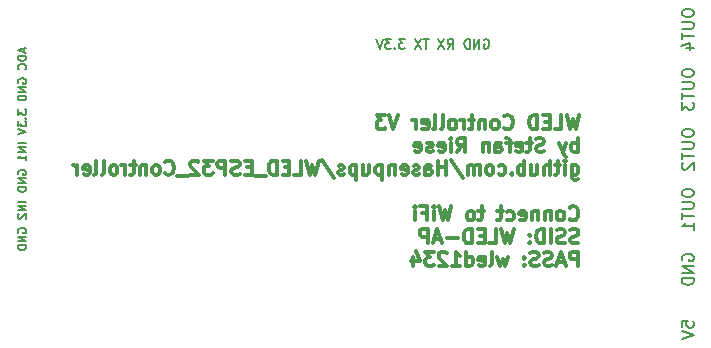
<source format=gbr>
%TF.GenerationSoftware,KiCad,Pcbnew,(6.0.11)*%
%TF.CreationDate,2023-09-13T09:35:20+02:00*%
%TF.ProjectId,WLED_ESP32_Controller,574c4544-5f45-4535-9033-325f436f6e74,rev?*%
%TF.SameCoordinates,Original*%
%TF.FileFunction,Legend,Bot*%
%TF.FilePolarity,Positive*%
%FSLAX46Y46*%
G04 Gerber Fmt 4.6, Leading zero omitted, Abs format (unit mm)*
G04 Created by KiCad (PCBNEW (6.0.11)) date 2023-09-13 09:35:20*
%MOMM*%
%LPD*%
G01*
G04 APERTURE LIST*
%ADD10C,0.150000*%
%ADD11C,0.300000*%
%ADD12C,3.200000*%
%ADD13R,1.700000X1.700000*%
%ADD14O,1.700000X1.700000*%
%ADD15R,3.000000X3.000000*%
%ADD16C,3.000000*%
G04 APERTURE END LIST*
D10*
X131285714Y-96120000D02*
X131361904Y-96081904D01*
X131476190Y-96081904D01*
X131590476Y-96120000D01*
X131666666Y-96196190D01*
X131704761Y-96272380D01*
X131742857Y-96424761D01*
X131742857Y-96539047D01*
X131704761Y-96691428D01*
X131666666Y-96767619D01*
X131590476Y-96843809D01*
X131476190Y-96881904D01*
X131400000Y-96881904D01*
X131285714Y-96843809D01*
X131247619Y-96805714D01*
X131247619Y-96539047D01*
X131400000Y-96539047D01*
X130904761Y-96881904D02*
X130904761Y-96081904D01*
X130447619Y-96881904D01*
X130447619Y-96081904D01*
X130066666Y-96881904D02*
X130066666Y-96081904D01*
X129876190Y-96081904D01*
X129761904Y-96120000D01*
X129685714Y-96196190D01*
X129647619Y-96272380D01*
X129609523Y-96424761D01*
X129609523Y-96539047D01*
X129647619Y-96691428D01*
X129685714Y-96767619D01*
X129761904Y-96843809D01*
X129876190Y-96881904D01*
X130066666Y-96881904D01*
X128200000Y-96881904D02*
X128466666Y-96500952D01*
X128657142Y-96881904D02*
X128657142Y-96081904D01*
X128352380Y-96081904D01*
X128276190Y-96120000D01*
X128238095Y-96158095D01*
X128200000Y-96234285D01*
X128200000Y-96348571D01*
X128238095Y-96424761D01*
X128276190Y-96462857D01*
X128352380Y-96500952D01*
X128657142Y-96500952D01*
X127933333Y-96081904D02*
X127400000Y-96881904D01*
X127400000Y-96081904D02*
X127933333Y-96881904D01*
X126600000Y-96081904D02*
X126142857Y-96081904D01*
X126371428Y-96881904D02*
X126371428Y-96081904D01*
X125952380Y-96081904D02*
X125419047Y-96881904D01*
X125419047Y-96081904D02*
X125952380Y-96881904D01*
X124580952Y-96081904D02*
X124085714Y-96081904D01*
X124352380Y-96386666D01*
X124238095Y-96386666D01*
X124161904Y-96424761D01*
X124123809Y-96462857D01*
X124085714Y-96539047D01*
X124085714Y-96729523D01*
X124123809Y-96805714D01*
X124161904Y-96843809D01*
X124238095Y-96881904D01*
X124466666Y-96881904D01*
X124542857Y-96843809D01*
X124580952Y-96805714D01*
X123742857Y-96805714D02*
X123704761Y-96843809D01*
X123742857Y-96881904D01*
X123780952Y-96843809D01*
X123742857Y-96805714D01*
X123742857Y-96881904D01*
X123438095Y-96081904D02*
X122942857Y-96081904D01*
X123209523Y-96386666D01*
X123095238Y-96386666D01*
X123019047Y-96424761D01*
X122980952Y-96462857D01*
X122942857Y-96539047D01*
X122942857Y-96729523D01*
X122980952Y-96805714D01*
X123019047Y-96843809D01*
X123095238Y-96881904D01*
X123323809Y-96881904D01*
X123400000Y-96843809D01*
X123438095Y-96805714D01*
X122714285Y-96081904D02*
X122447619Y-96881904D01*
X122180952Y-96081904D01*
X148090000Y-114808095D02*
X148042380Y-114712857D01*
X148042380Y-114570000D01*
X148090000Y-114427142D01*
X148185238Y-114331904D01*
X148280476Y-114284285D01*
X148470952Y-114236666D01*
X148613809Y-114236666D01*
X148804285Y-114284285D01*
X148899523Y-114331904D01*
X148994761Y-114427142D01*
X149042380Y-114570000D01*
X149042380Y-114665238D01*
X148994761Y-114808095D01*
X148947142Y-114855714D01*
X148613809Y-114855714D01*
X148613809Y-114665238D01*
X149042380Y-115284285D02*
X148042380Y-115284285D01*
X149042380Y-115855714D01*
X148042380Y-115855714D01*
X149042380Y-116331904D02*
X148042380Y-116331904D01*
X148042380Y-116570000D01*
X148090000Y-116712857D01*
X148185238Y-116808095D01*
X148280476Y-116855714D01*
X148470952Y-116903333D01*
X148613809Y-116903333D01*
X148804285Y-116855714D01*
X148899523Y-116808095D01*
X148994761Y-116712857D01*
X149042380Y-116570000D01*
X149042380Y-116331904D01*
X148042380Y-93773809D02*
X148042380Y-93964285D01*
X148090000Y-94059523D01*
X148185238Y-94154761D01*
X148375714Y-94202380D01*
X148709047Y-94202380D01*
X148899523Y-94154761D01*
X148994761Y-94059523D01*
X149042380Y-93964285D01*
X149042380Y-93773809D01*
X148994761Y-93678571D01*
X148899523Y-93583333D01*
X148709047Y-93535714D01*
X148375714Y-93535714D01*
X148185238Y-93583333D01*
X148090000Y-93678571D01*
X148042380Y-93773809D01*
X148042380Y-94630952D02*
X148851904Y-94630952D01*
X148947142Y-94678571D01*
X148994761Y-94726190D01*
X149042380Y-94821428D01*
X149042380Y-95011904D01*
X148994761Y-95107142D01*
X148947142Y-95154761D01*
X148851904Y-95202380D01*
X148042380Y-95202380D01*
X148042380Y-95535714D02*
X148042380Y-96107142D01*
X149042380Y-95821428D02*
X148042380Y-95821428D01*
X148375714Y-96869047D02*
X149042380Y-96869047D01*
X147994761Y-96630952D02*
X148709047Y-96392857D01*
X148709047Y-97011904D01*
X148042380Y-103933809D02*
X148042380Y-104124285D01*
X148090000Y-104219523D01*
X148185238Y-104314761D01*
X148375714Y-104362380D01*
X148709047Y-104362380D01*
X148899523Y-104314761D01*
X148994761Y-104219523D01*
X149042380Y-104124285D01*
X149042380Y-103933809D01*
X148994761Y-103838571D01*
X148899523Y-103743333D01*
X148709047Y-103695714D01*
X148375714Y-103695714D01*
X148185238Y-103743333D01*
X148090000Y-103838571D01*
X148042380Y-103933809D01*
X148042380Y-104790952D02*
X148851904Y-104790952D01*
X148947142Y-104838571D01*
X148994761Y-104886190D01*
X149042380Y-104981428D01*
X149042380Y-105171904D01*
X148994761Y-105267142D01*
X148947142Y-105314761D01*
X148851904Y-105362380D01*
X148042380Y-105362380D01*
X148042380Y-105695714D02*
X148042380Y-106267142D01*
X149042380Y-105981428D02*
X148042380Y-105981428D01*
X148137619Y-106552857D02*
X148090000Y-106600476D01*
X148042380Y-106695714D01*
X148042380Y-106933809D01*
X148090000Y-107029047D01*
X148137619Y-107076666D01*
X148232857Y-107124285D01*
X148328095Y-107124285D01*
X148470952Y-107076666D01*
X149042380Y-106505238D01*
X149042380Y-107124285D01*
X148042380Y-109013809D02*
X148042380Y-109204285D01*
X148090000Y-109299523D01*
X148185238Y-109394761D01*
X148375714Y-109442380D01*
X148709047Y-109442380D01*
X148899523Y-109394761D01*
X148994761Y-109299523D01*
X149042380Y-109204285D01*
X149042380Y-109013809D01*
X148994761Y-108918571D01*
X148899523Y-108823333D01*
X148709047Y-108775714D01*
X148375714Y-108775714D01*
X148185238Y-108823333D01*
X148090000Y-108918571D01*
X148042380Y-109013809D01*
X148042380Y-109870952D02*
X148851904Y-109870952D01*
X148947142Y-109918571D01*
X148994761Y-109966190D01*
X149042380Y-110061428D01*
X149042380Y-110251904D01*
X148994761Y-110347142D01*
X148947142Y-110394761D01*
X148851904Y-110442380D01*
X148042380Y-110442380D01*
X148042380Y-110775714D02*
X148042380Y-111347142D01*
X149042380Y-111061428D02*
X148042380Y-111061428D01*
X149042380Y-112204285D02*
X149042380Y-111632857D01*
X149042380Y-111918571D02*
X148042380Y-111918571D01*
X148185238Y-111823333D01*
X148280476Y-111728095D01*
X148328095Y-111632857D01*
X148042380Y-120459523D02*
X148042380Y-119983333D01*
X148518571Y-119935714D01*
X148470952Y-119983333D01*
X148423333Y-120078571D01*
X148423333Y-120316666D01*
X148470952Y-120411904D01*
X148518571Y-120459523D01*
X148613809Y-120507142D01*
X148851904Y-120507142D01*
X148947142Y-120459523D01*
X148994761Y-120411904D01*
X149042380Y-120316666D01*
X149042380Y-120078571D01*
X148994761Y-119983333D01*
X148947142Y-119935714D01*
X148042380Y-120792857D02*
X149042380Y-121126190D01*
X148042380Y-121459523D01*
X148042380Y-98853809D02*
X148042380Y-99044285D01*
X148090000Y-99139523D01*
X148185238Y-99234761D01*
X148375714Y-99282380D01*
X148709047Y-99282380D01*
X148899523Y-99234761D01*
X148994761Y-99139523D01*
X149042380Y-99044285D01*
X149042380Y-98853809D01*
X148994761Y-98758571D01*
X148899523Y-98663333D01*
X148709047Y-98615714D01*
X148375714Y-98615714D01*
X148185238Y-98663333D01*
X148090000Y-98758571D01*
X148042380Y-98853809D01*
X148042380Y-99710952D02*
X148851904Y-99710952D01*
X148947142Y-99758571D01*
X148994761Y-99806190D01*
X149042380Y-99901428D01*
X149042380Y-100091904D01*
X148994761Y-100187142D01*
X148947142Y-100234761D01*
X148851904Y-100282380D01*
X148042380Y-100282380D01*
X148042380Y-100615714D02*
X148042380Y-101187142D01*
X149042380Y-100901428D02*
X148042380Y-100901428D01*
X148042380Y-101425238D02*
X148042380Y-102044285D01*
X148423333Y-101710952D01*
X148423333Y-101853809D01*
X148470952Y-101949047D01*
X148518571Y-101996666D01*
X148613809Y-102044285D01*
X148851904Y-102044285D01*
X148947142Y-101996666D01*
X148994761Y-101949047D01*
X149042380Y-101853809D01*
X149042380Y-101568095D01*
X148994761Y-101472857D01*
X148947142Y-101425238D01*
D11*
X139333571Y-102512857D02*
X139047857Y-103712857D01*
X138819285Y-102855714D01*
X138590714Y-103712857D01*
X138305000Y-102512857D01*
X137276428Y-103712857D02*
X137847857Y-103712857D01*
X137847857Y-102512857D01*
X136876428Y-103084285D02*
X136476428Y-103084285D01*
X136305000Y-103712857D02*
X136876428Y-103712857D01*
X136876428Y-102512857D01*
X136305000Y-102512857D01*
X135790714Y-103712857D02*
X135790714Y-102512857D01*
X135505000Y-102512857D01*
X135333571Y-102570000D01*
X135219285Y-102684285D01*
X135162142Y-102798571D01*
X135105000Y-103027142D01*
X135105000Y-103198571D01*
X135162142Y-103427142D01*
X135219285Y-103541428D01*
X135333571Y-103655714D01*
X135505000Y-103712857D01*
X135790714Y-103712857D01*
X132990714Y-103598571D02*
X133047857Y-103655714D01*
X133219285Y-103712857D01*
X133333571Y-103712857D01*
X133505000Y-103655714D01*
X133619285Y-103541428D01*
X133676428Y-103427142D01*
X133733571Y-103198571D01*
X133733571Y-103027142D01*
X133676428Y-102798571D01*
X133619285Y-102684285D01*
X133505000Y-102570000D01*
X133333571Y-102512857D01*
X133219285Y-102512857D01*
X133047857Y-102570000D01*
X132990714Y-102627142D01*
X132305000Y-103712857D02*
X132419285Y-103655714D01*
X132476428Y-103598571D01*
X132533571Y-103484285D01*
X132533571Y-103141428D01*
X132476428Y-103027142D01*
X132419285Y-102970000D01*
X132305000Y-102912857D01*
X132133571Y-102912857D01*
X132019285Y-102970000D01*
X131962142Y-103027142D01*
X131905000Y-103141428D01*
X131905000Y-103484285D01*
X131962142Y-103598571D01*
X132019285Y-103655714D01*
X132133571Y-103712857D01*
X132305000Y-103712857D01*
X131390714Y-102912857D02*
X131390714Y-103712857D01*
X131390714Y-103027142D02*
X131333571Y-102970000D01*
X131219285Y-102912857D01*
X131047857Y-102912857D01*
X130933571Y-102970000D01*
X130876428Y-103084285D01*
X130876428Y-103712857D01*
X130476428Y-102912857D02*
X130019285Y-102912857D01*
X130305000Y-102512857D02*
X130305000Y-103541428D01*
X130247857Y-103655714D01*
X130133571Y-103712857D01*
X130019285Y-103712857D01*
X129619285Y-103712857D02*
X129619285Y-102912857D01*
X129619285Y-103141428D02*
X129562142Y-103027142D01*
X129505000Y-102970000D01*
X129390714Y-102912857D01*
X129276428Y-102912857D01*
X128705000Y-103712857D02*
X128819285Y-103655714D01*
X128876428Y-103598571D01*
X128933571Y-103484285D01*
X128933571Y-103141428D01*
X128876428Y-103027142D01*
X128819285Y-102970000D01*
X128705000Y-102912857D01*
X128533571Y-102912857D01*
X128419285Y-102970000D01*
X128362142Y-103027142D01*
X128305000Y-103141428D01*
X128305000Y-103484285D01*
X128362142Y-103598571D01*
X128419285Y-103655714D01*
X128533571Y-103712857D01*
X128705000Y-103712857D01*
X127619285Y-103712857D02*
X127733571Y-103655714D01*
X127790714Y-103541428D01*
X127790714Y-102512857D01*
X126990714Y-103712857D02*
X127105000Y-103655714D01*
X127162142Y-103541428D01*
X127162142Y-102512857D01*
X126076428Y-103655714D02*
X126190714Y-103712857D01*
X126419285Y-103712857D01*
X126533571Y-103655714D01*
X126590714Y-103541428D01*
X126590714Y-103084285D01*
X126533571Y-102970000D01*
X126419285Y-102912857D01*
X126190714Y-102912857D01*
X126076428Y-102970000D01*
X126019285Y-103084285D01*
X126019285Y-103198571D01*
X126590714Y-103312857D01*
X125505000Y-103712857D02*
X125505000Y-102912857D01*
X125505000Y-103141428D02*
X125447857Y-103027142D01*
X125390714Y-102970000D01*
X125276428Y-102912857D01*
X125162142Y-102912857D01*
X124019285Y-102512857D02*
X123619285Y-103712857D01*
X123219285Y-102512857D01*
X122933571Y-102512857D02*
X122190714Y-102512857D01*
X122590714Y-102970000D01*
X122419285Y-102970000D01*
X122305000Y-103027142D01*
X122247857Y-103084285D01*
X122190714Y-103198571D01*
X122190714Y-103484285D01*
X122247857Y-103598571D01*
X122305000Y-103655714D01*
X122419285Y-103712857D01*
X122762142Y-103712857D01*
X122876428Y-103655714D01*
X122933571Y-103598571D01*
X139219285Y-105644857D02*
X139219285Y-104444857D01*
X139219285Y-104902000D02*
X139105000Y-104844857D01*
X138876428Y-104844857D01*
X138762142Y-104902000D01*
X138705000Y-104959142D01*
X138647857Y-105073428D01*
X138647857Y-105416285D01*
X138705000Y-105530571D01*
X138762142Y-105587714D01*
X138876428Y-105644857D01*
X139105000Y-105644857D01*
X139219285Y-105587714D01*
X138247857Y-104844857D02*
X137962142Y-105644857D01*
X137676428Y-104844857D02*
X137962142Y-105644857D01*
X138076428Y-105930571D01*
X138133571Y-105987714D01*
X138247857Y-106044857D01*
X136362142Y-105587714D02*
X136190714Y-105644857D01*
X135905000Y-105644857D01*
X135790714Y-105587714D01*
X135733571Y-105530571D01*
X135676428Y-105416285D01*
X135676428Y-105302000D01*
X135733571Y-105187714D01*
X135790714Y-105130571D01*
X135905000Y-105073428D01*
X136133571Y-105016285D01*
X136247857Y-104959142D01*
X136305000Y-104902000D01*
X136362142Y-104787714D01*
X136362142Y-104673428D01*
X136305000Y-104559142D01*
X136247857Y-104502000D01*
X136133571Y-104444857D01*
X135847857Y-104444857D01*
X135676428Y-104502000D01*
X135333571Y-104844857D02*
X134876428Y-104844857D01*
X135162142Y-104444857D02*
X135162142Y-105473428D01*
X135105000Y-105587714D01*
X134990714Y-105644857D01*
X134876428Y-105644857D01*
X134019285Y-105587714D02*
X134133571Y-105644857D01*
X134362142Y-105644857D01*
X134476428Y-105587714D01*
X134533571Y-105473428D01*
X134533571Y-105016285D01*
X134476428Y-104902000D01*
X134362142Y-104844857D01*
X134133571Y-104844857D01*
X134019285Y-104902000D01*
X133962142Y-105016285D01*
X133962142Y-105130571D01*
X134533571Y-105244857D01*
X133619285Y-104844857D02*
X133162142Y-104844857D01*
X133447857Y-105644857D02*
X133447857Y-104616285D01*
X133390714Y-104502000D01*
X133276428Y-104444857D01*
X133162142Y-104444857D01*
X132247857Y-105644857D02*
X132247857Y-105016285D01*
X132305000Y-104902000D01*
X132419285Y-104844857D01*
X132647857Y-104844857D01*
X132762142Y-104902000D01*
X132247857Y-105587714D02*
X132362142Y-105644857D01*
X132647857Y-105644857D01*
X132762142Y-105587714D01*
X132819285Y-105473428D01*
X132819285Y-105359142D01*
X132762142Y-105244857D01*
X132647857Y-105187714D01*
X132362142Y-105187714D01*
X132247857Y-105130571D01*
X131676428Y-104844857D02*
X131676428Y-105644857D01*
X131676428Y-104959142D02*
X131619285Y-104902000D01*
X131505000Y-104844857D01*
X131333571Y-104844857D01*
X131219285Y-104902000D01*
X131162142Y-105016285D01*
X131162142Y-105644857D01*
X128990714Y-105644857D02*
X129390714Y-105073428D01*
X129676428Y-105644857D02*
X129676428Y-104444857D01*
X129219285Y-104444857D01*
X129105000Y-104502000D01*
X129047857Y-104559142D01*
X128990714Y-104673428D01*
X128990714Y-104844857D01*
X129047857Y-104959142D01*
X129105000Y-105016285D01*
X129219285Y-105073428D01*
X129676428Y-105073428D01*
X128476428Y-105644857D02*
X128476428Y-104844857D01*
X128476428Y-104444857D02*
X128533571Y-104502000D01*
X128476428Y-104559142D01*
X128419285Y-104502000D01*
X128476428Y-104444857D01*
X128476428Y-104559142D01*
X127447857Y-105587714D02*
X127562142Y-105644857D01*
X127790714Y-105644857D01*
X127905000Y-105587714D01*
X127962142Y-105473428D01*
X127962142Y-105016285D01*
X127905000Y-104902000D01*
X127790714Y-104844857D01*
X127562142Y-104844857D01*
X127447857Y-104902000D01*
X127390714Y-105016285D01*
X127390714Y-105130571D01*
X127962142Y-105244857D01*
X126933571Y-105587714D02*
X126819285Y-105644857D01*
X126590714Y-105644857D01*
X126476428Y-105587714D01*
X126419285Y-105473428D01*
X126419285Y-105416285D01*
X126476428Y-105302000D01*
X126590714Y-105244857D01*
X126762142Y-105244857D01*
X126876428Y-105187714D01*
X126933571Y-105073428D01*
X126933571Y-105016285D01*
X126876428Y-104902000D01*
X126762142Y-104844857D01*
X126590714Y-104844857D01*
X126476428Y-104902000D01*
X125447857Y-105587714D02*
X125562142Y-105644857D01*
X125790714Y-105644857D01*
X125905000Y-105587714D01*
X125962142Y-105473428D01*
X125962142Y-105016285D01*
X125905000Y-104902000D01*
X125790714Y-104844857D01*
X125562142Y-104844857D01*
X125447857Y-104902000D01*
X125390714Y-105016285D01*
X125390714Y-105130571D01*
X125962142Y-105244857D01*
X138705000Y-106776857D02*
X138705000Y-107748285D01*
X138762142Y-107862571D01*
X138819285Y-107919714D01*
X138933571Y-107976857D01*
X139105000Y-107976857D01*
X139219285Y-107919714D01*
X138705000Y-107519714D02*
X138819285Y-107576857D01*
X139047857Y-107576857D01*
X139162142Y-107519714D01*
X139219285Y-107462571D01*
X139276428Y-107348285D01*
X139276428Y-107005428D01*
X139219285Y-106891142D01*
X139162142Y-106834000D01*
X139047857Y-106776857D01*
X138819285Y-106776857D01*
X138705000Y-106834000D01*
X138133571Y-107576857D02*
X138133571Y-106776857D01*
X138133571Y-106376857D02*
X138190714Y-106434000D01*
X138133571Y-106491142D01*
X138076428Y-106434000D01*
X138133571Y-106376857D01*
X138133571Y-106491142D01*
X137733571Y-106776857D02*
X137276428Y-106776857D01*
X137562142Y-106376857D02*
X137562142Y-107405428D01*
X137505000Y-107519714D01*
X137390714Y-107576857D01*
X137276428Y-107576857D01*
X136876428Y-107576857D02*
X136876428Y-106376857D01*
X136362142Y-107576857D02*
X136362142Y-106948285D01*
X136419285Y-106834000D01*
X136533571Y-106776857D01*
X136705000Y-106776857D01*
X136819285Y-106834000D01*
X136876428Y-106891142D01*
X135276428Y-106776857D02*
X135276428Y-107576857D01*
X135790714Y-106776857D02*
X135790714Y-107405428D01*
X135733571Y-107519714D01*
X135619285Y-107576857D01*
X135447857Y-107576857D01*
X135333571Y-107519714D01*
X135276428Y-107462571D01*
X134705000Y-107576857D02*
X134705000Y-106376857D01*
X134705000Y-106834000D02*
X134590714Y-106776857D01*
X134362142Y-106776857D01*
X134247857Y-106834000D01*
X134190714Y-106891142D01*
X134133571Y-107005428D01*
X134133571Y-107348285D01*
X134190714Y-107462571D01*
X134247857Y-107519714D01*
X134362142Y-107576857D01*
X134590714Y-107576857D01*
X134705000Y-107519714D01*
X133619285Y-107462571D02*
X133562142Y-107519714D01*
X133619285Y-107576857D01*
X133676428Y-107519714D01*
X133619285Y-107462571D01*
X133619285Y-107576857D01*
X132533571Y-107519714D02*
X132647857Y-107576857D01*
X132876428Y-107576857D01*
X132990714Y-107519714D01*
X133047857Y-107462571D01*
X133105000Y-107348285D01*
X133105000Y-107005428D01*
X133047857Y-106891142D01*
X132990714Y-106834000D01*
X132876428Y-106776857D01*
X132647857Y-106776857D01*
X132533571Y-106834000D01*
X131847857Y-107576857D02*
X131962142Y-107519714D01*
X132019285Y-107462571D01*
X132076428Y-107348285D01*
X132076428Y-107005428D01*
X132019285Y-106891142D01*
X131962142Y-106834000D01*
X131847857Y-106776857D01*
X131676428Y-106776857D01*
X131562142Y-106834000D01*
X131505000Y-106891142D01*
X131447857Y-107005428D01*
X131447857Y-107348285D01*
X131505000Y-107462571D01*
X131562142Y-107519714D01*
X131676428Y-107576857D01*
X131847857Y-107576857D01*
X130933571Y-107576857D02*
X130933571Y-106776857D01*
X130933571Y-106891142D02*
X130876428Y-106834000D01*
X130762142Y-106776857D01*
X130590714Y-106776857D01*
X130476428Y-106834000D01*
X130419285Y-106948285D01*
X130419285Y-107576857D01*
X130419285Y-106948285D02*
X130362142Y-106834000D01*
X130247857Y-106776857D01*
X130076428Y-106776857D01*
X129962142Y-106834000D01*
X129905000Y-106948285D01*
X129905000Y-107576857D01*
X128476428Y-106319714D02*
X129505000Y-107862571D01*
X128076428Y-107576857D02*
X128076428Y-106376857D01*
X128076428Y-106948285D02*
X127390714Y-106948285D01*
X127390714Y-107576857D02*
X127390714Y-106376857D01*
X126305000Y-107576857D02*
X126305000Y-106948285D01*
X126362142Y-106834000D01*
X126476428Y-106776857D01*
X126705000Y-106776857D01*
X126819285Y-106834000D01*
X126305000Y-107519714D02*
X126419285Y-107576857D01*
X126705000Y-107576857D01*
X126819285Y-107519714D01*
X126876428Y-107405428D01*
X126876428Y-107291142D01*
X126819285Y-107176857D01*
X126705000Y-107119714D01*
X126419285Y-107119714D01*
X126305000Y-107062571D01*
X125790714Y-107519714D02*
X125676428Y-107576857D01*
X125447857Y-107576857D01*
X125333571Y-107519714D01*
X125276428Y-107405428D01*
X125276428Y-107348285D01*
X125333571Y-107234000D01*
X125447857Y-107176857D01*
X125619285Y-107176857D01*
X125733571Y-107119714D01*
X125790714Y-107005428D01*
X125790714Y-106948285D01*
X125733571Y-106834000D01*
X125619285Y-106776857D01*
X125447857Y-106776857D01*
X125333571Y-106834000D01*
X124305000Y-107519714D02*
X124419285Y-107576857D01*
X124647857Y-107576857D01*
X124762142Y-107519714D01*
X124819285Y-107405428D01*
X124819285Y-106948285D01*
X124762142Y-106834000D01*
X124647857Y-106776857D01*
X124419285Y-106776857D01*
X124305000Y-106834000D01*
X124247857Y-106948285D01*
X124247857Y-107062571D01*
X124819285Y-107176857D01*
X123733571Y-106776857D02*
X123733571Y-107576857D01*
X123733571Y-106891142D02*
X123676428Y-106834000D01*
X123562142Y-106776857D01*
X123390714Y-106776857D01*
X123276428Y-106834000D01*
X123219285Y-106948285D01*
X123219285Y-107576857D01*
X122647857Y-106776857D02*
X122647857Y-107976857D01*
X122647857Y-106834000D02*
X122533571Y-106776857D01*
X122305000Y-106776857D01*
X122190714Y-106834000D01*
X122133571Y-106891142D01*
X122076428Y-107005428D01*
X122076428Y-107348285D01*
X122133571Y-107462571D01*
X122190714Y-107519714D01*
X122305000Y-107576857D01*
X122533571Y-107576857D01*
X122647857Y-107519714D01*
X121047857Y-106776857D02*
X121047857Y-107576857D01*
X121562142Y-106776857D02*
X121562142Y-107405428D01*
X121505000Y-107519714D01*
X121390714Y-107576857D01*
X121219285Y-107576857D01*
X121105000Y-107519714D01*
X121047857Y-107462571D01*
X120476428Y-106776857D02*
X120476428Y-107976857D01*
X120476428Y-106834000D02*
X120362142Y-106776857D01*
X120133571Y-106776857D01*
X120019285Y-106834000D01*
X119962142Y-106891142D01*
X119905000Y-107005428D01*
X119905000Y-107348285D01*
X119962142Y-107462571D01*
X120019285Y-107519714D01*
X120133571Y-107576857D01*
X120362142Y-107576857D01*
X120476428Y-107519714D01*
X119447857Y-107519714D02*
X119333571Y-107576857D01*
X119105000Y-107576857D01*
X118990714Y-107519714D01*
X118933571Y-107405428D01*
X118933571Y-107348285D01*
X118990714Y-107234000D01*
X119105000Y-107176857D01*
X119276428Y-107176857D01*
X119390714Y-107119714D01*
X119447857Y-107005428D01*
X119447857Y-106948285D01*
X119390714Y-106834000D01*
X119276428Y-106776857D01*
X119105000Y-106776857D01*
X118990714Y-106834000D01*
X117562142Y-106319714D02*
X118590714Y-107862571D01*
X117276428Y-106376857D02*
X116990714Y-107576857D01*
X116762142Y-106719714D01*
X116533571Y-107576857D01*
X116247857Y-106376857D01*
X115219285Y-107576857D02*
X115790714Y-107576857D01*
X115790714Y-106376857D01*
X114819285Y-106948285D02*
X114419285Y-106948285D01*
X114247857Y-107576857D02*
X114819285Y-107576857D01*
X114819285Y-106376857D01*
X114247857Y-106376857D01*
X113733571Y-107576857D02*
X113733571Y-106376857D01*
X113447857Y-106376857D01*
X113276428Y-106434000D01*
X113162142Y-106548285D01*
X113104999Y-106662571D01*
X113047857Y-106891142D01*
X113047857Y-107062571D01*
X113104999Y-107291142D01*
X113162142Y-107405428D01*
X113276428Y-107519714D01*
X113447857Y-107576857D01*
X113733571Y-107576857D01*
X112819285Y-107691142D02*
X111904999Y-107691142D01*
X111619285Y-106948285D02*
X111219285Y-106948285D01*
X111047857Y-107576857D02*
X111619285Y-107576857D01*
X111619285Y-106376857D01*
X111047857Y-106376857D01*
X110590714Y-107519714D02*
X110419285Y-107576857D01*
X110133571Y-107576857D01*
X110019285Y-107519714D01*
X109962142Y-107462571D01*
X109904999Y-107348285D01*
X109904999Y-107234000D01*
X109962142Y-107119714D01*
X110019285Y-107062571D01*
X110133571Y-107005428D01*
X110362142Y-106948285D01*
X110476428Y-106891142D01*
X110533571Y-106834000D01*
X110590714Y-106719714D01*
X110590714Y-106605428D01*
X110533571Y-106491142D01*
X110476428Y-106434000D01*
X110362142Y-106376857D01*
X110076428Y-106376857D01*
X109904999Y-106434000D01*
X109390714Y-107576857D02*
X109390714Y-106376857D01*
X108933571Y-106376857D01*
X108819285Y-106434000D01*
X108762142Y-106491142D01*
X108705000Y-106605428D01*
X108705000Y-106776857D01*
X108762142Y-106891142D01*
X108819285Y-106948285D01*
X108933571Y-107005428D01*
X109390714Y-107005428D01*
X108305000Y-106376857D02*
X107562142Y-106376857D01*
X107962142Y-106834000D01*
X107790714Y-106834000D01*
X107676428Y-106891142D01*
X107619285Y-106948285D01*
X107562142Y-107062571D01*
X107562142Y-107348285D01*
X107619285Y-107462571D01*
X107676428Y-107519714D01*
X107790714Y-107576857D01*
X108133571Y-107576857D01*
X108247857Y-107519714D01*
X108305000Y-107462571D01*
X107105000Y-106491142D02*
X107047857Y-106434000D01*
X106933571Y-106376857D01*
X106647857Y-106376857D01*
X106533571Y-106434000D01*
X106476428Y-106491142D01*
X106419285Y-106605428D01*
X106419285Y-106719714D01*
X106476428Y-106891142D01*
X107162142Y-107576857D01*
X106419285Y-107576857D01*
X106190714Y-107691142D02*
X105276428Y-107691142D01*
X104305000Y-107462571D02*
X104362142Y-107519714D01*
X104533571Y-107576857D01*
X104647857Y-107576857D01*
X104819285Y-107519714D01*
X104933571Y-107405428D01*
X104990714Y-107291142D01*
X105047857Y-107062571D01*
X105047857Y-106891142D01*
X104990714Y-106662571D01*
X104933571Y-106548285D01*
X104819285Y-106434000D01*
X104647857Y-106376857D01*
X104533571Y-106376857D01*
X104362142Y-106434000D01*
X104305000Y-106491142D01*
X103619285Y-107576857D02*
X103733571Y-107519714D01*
X103790714Y-107462571D01*
X103847857Y-107348285D01*
X103847857Y-107005428D01*
X103790714Y-106891142D01*
X103733571Y-106834000D01*
X103619285Y-106776857D01*
X103447857Y-106776857D01*
X103333571Y-106834000D01*
X103276428Y-106891142D01*
X103219285Y-107005428D01*
X103219285Y-107348285D01*
X103276428Y-107462571D01*
X103333571Y-107519714D01*
X103447857Y-107576857D01*
X103619285Y-107576857D01*
X102705000Y-106776857D02*
X102705000Y-107576857D01*
X102705000Y-106891142D02*
X102647857Y-106834000D01*
X102533571Y-106776857D01*
X102362142Y-106776857D01*
X102247857Y-106834000D01*
X102190714Y-106948285D01*
X102190714Y-107576857D01*
X101790714Y-106776857D02*
X101333571Y-106776857D01*
X101619285Y-106376857D02*
X101619285Y-107405428D01*
X101562142Y-107519714D01*
X101447857Y-107576857D01*
X101333571Y-107576857D01*
X100933571Y-107576857D02*
X100933571Y-106776857D01*
X100933571Y-107005428D02*
X100876428Y-106891142D01*
X100819285Y-106834000D01*
X100705000Y-106776857D01*
X100590714Y-106776857D01*
X100019285Y-107576857D02*
X100133571Y-107519714D01*
X100190714Y-107462571D01*
X100247857Y-107348285D01*
X100247857Y-107005428D01*
X100190714Y-106891142D01*
X100133571Y-106834000D01*
X100019285Y-106776857D01*
X99847857Y-106776857D01*
X99733571Y-106834000D01*
X99676428Y-106891142D01*
X99619285Y-107005428D01*
X99619285Y-107348285D01*
X99676428Y-107462571D01*
X99733571Y-107519714D01*
X99847857Y-107576857D01*
X100019285Y-107576857D01*
X98933571Y-107576857D02*
X99047857Y-107519714D01*
X99105000Y-107405428D01*
X99105000Y-106376857D01*
X98305000Y-107576857D02*
X98419285Y-107519714D01*
X98476428Y-107405428D01*
X98476428Y-106376857D01*
X97390714Y-107519714D02*
X97505000Y-107576857D01*
X97733571Y-107576857D01*
X97847857Y-107519714D01*
X97905000Y-107405428D01*
X97905000Y-106948285D01*
X97847857Y-106834000D01*
X97733571Y-106776857D01*
X97505000Y-106776857D01*
X97390714Y-106834000D01*
X97333571Y-106948285D01*
X97333571Y-107062571D01*
X97905000Y-107176857D01*
X96819285Y-107576857D02*
X96819285Y-106776857D01*
X96819285Y-107005428D02*
X96762142Y-106891142D01*
X96705000Y-106834000D01*
X96590714Y-106776857D01*
X96476428Y-106776857D01*
X138533571Y-111326571D02*
X138590714Y-111383714D01*
X138762142Y-111440857D01*
X138876428Y-111440857D01*
X139047857Y-111383714D01*
X139162142Y-111269428D01*
X139219285Y-111155142D01*
X139276428Y-110926571D01*
X139276428Y-110755142D01*
X139219285Y-110526571D01*
X139162142Y-110412285D01*
X139047857Y-110298000D01*
X138876428Y-110240857D01*
X138762142Y-110240857D01*
X138590714Y-110298000D01*
X138533571Y-110355142D01*
X137847857Y-111440857D02*
X137962142Y-111383714D01*
X138019285Y-111326571D01*
X138076428Y-111212285D01*
X138076428Y-110869428D01*
X138019285Y-110755142D01*
X137962142Y-110698000D01*
X137847857Y-110640857D01*
X137676428Y-110640857D01*
X137562142Y-110698000D01*
X137505000Y-110755142D01*
X137447857Y-110869428D01*
X137447857Y-111212285D01*
X137505000Y-111326571D01*
X137562142Y-111383714D01*
X137676428Y-111440857D01*
X137847857Y-111440857D01*
X136933571Y-110640857D02*
X136933571Y-111440857D01*
X136933571Y-110755142D02*
X136876428Y-110698000D01*
X136762142Y-110640857D01*
X136590714Y-110640857D01*
X136476428Y-110698000D01*
X136419285Y-110812285D01*
X136419285Y-111440857D01*
X135847857Y-110640857D02*
X135847857Y-111440857D01*
X135847857Y-110755142D02*
X135790714Y-110698000D01*
X135676428Y-110640857D01*
X135505000Y-110640857D01*
X135390714Y-110698000D01*
X135333571Y-110812285D01*
X135333571Y-111440857D01*
X134305000Y-111383714D02*
X134419285Y-111440857D01*
X134647857Y-111440857D01*
X134762142Y-111383714D01*
X134819285Y-111269428D01*
X134819285Y-110812285D01*
X134762142Y-110698000D01*
X134647857Y-110640857D01*
X134419285Y-110640857D01*
X134305000Y-110698000D01*
X134247857Y-110812285D01*
X134247857Y-110926571D01*
X134819285Y-111040857D01*
X133219285Y-111383714D02*
X133333571Y-111440857D01*
X133562142Y-111440857D01*
X133676428Y-111383714D01*
X133733571Y-111326571D01*
X133790714Y-111212285D01*
X133790714Y-110869428D01*
X133733571Y-110755142D01*
X133676428Y-110698000D01*
X133562142Y-110640857D01*
X133333571Y-110640857D01*
X133219285Y-110698000D01*
X132876428Y-110640857D02*
X132419285Y-110640857D01*
X132705000Y-110240857D02*
X132705000Y-111269428D01*
X132647857Y-111383714D01*
X132533571Y-111440857D01*
X132419285Y-111440857D01*
X131276428Y-110640857D02*
X130819285Y-110640857D01*
X131105000Y-110240857D02*
X131105000Y-111269428D01*
X131047857Y-111383714D01*
X130933571Y-111440857D01*
X130819285Y-111440857D01*
X130247857Y-111440857D02*
X130362142Y-111383714D01*
X130419285Y-111326571D01*
X130476428Y-111212285D01*
X130476428Y-110869428D01*
X130419285Y-110755142D01*
X130362142Y-110698000D01*
X130247857Y-110640857D01*
X130076428Y-110640857D01*
X129962142Y-110698000D01*
X129905000Y-110755142D01*
X129847857Y-110869428D01*
X129847857Y-111212285D01*
X129905000Y-111326571D01*
X129962142Y-111383714D01*
X130076428Y-111440857D01*
X130247857Y-111440857D01*
X128533571Y-110240857D02*
X128247857Y-111440857D01*
X128019285Y-110583714D01*
X127790714Y-111440857D01*
X127505000Y-110240857D01*
X127047857Y-111440857D02*
X127047857Y-110640857D01*
X127047857Y-110240857D02*
X127105000Y-110298000D01*
X127047857Y-110355142D01*
X126990714Y-110298000D01*
X127047857Y-110240857D01*
X127047857Y-110355142D01*
X126076428Y-110812285D02*
X126476428Y-110812285D01*
X126476428Y-111440857D02*
X126476428Y-110240857D01*
X125905000Y-110240857D01*
X125447857Y-111440857D02*
X125447857Y-110640857D01*
X125447857Y-110240857D02*
X125505000Y-110298000D01*
X125447857Y-110355142D01*
X125390714Y-110298000D01*
X125447857Y-110240857D01*
X125447857Y-110355142D01*
X139276428Y-113315714D02*
X139105000Y-113372857D01*
X138819285Y-113372857D01*
X138705000Y-113315714D01*
X138647857Y-113258571D01*
X138590714Y-113144285D01*
X138590714Y-113030000D01*
X138647857Y-112915714D01*
X138705000Y-112858571D01*
X138819285Y-112801428D01*
X139047857Y-112744285D01*
X139162142Y-112687142D01*
X139219285Y-112630000D01*
X139276428Y-112515714D01*
X139276428Y-112401428D01*
X139219285Y-112287142D01*
X139162142Y-112230000D01*
X139047857Y-112172857D01*
X138762142Y-112172857D01*
X138590714Y-112230000D01*
X138133571Y-113315714D02*
X137962142Y-113372857D01*
X137676428Y-113372857D01*
X137562142Y-113315714D01*
X137505000Y-113258571D01*
X137447857Y-113144285D01*
X137447857Y-113030000D01*
X137505000Y-112915714D01*
X137562142Y-112858571D01*
X137676428Y-112801428D01*
X137905000Y-112744285D01*
X138019285Y-112687142D01*
X138076428Y-112630000D01*
X138133571Y-112515714D01*
X138133571Y-112401428D01*
X138076428Y-112287142D01*
X138019285Y-112230000D01*
X137905000Y-112172857D01*
X137619285Y-112172857D01*
X137447857Y-112230000D01*
X136933571Y-113372857D02*
X136933571Y-112172857D01*
X136362142Y-113372857D02*
X136362142Y-112172857D01*
X136076428Y-112172857D01*
X135905000Y-112230000D01*
X135790714Y-112344285D01*
X135733571Y-112458571D01*
X135676428Y-112687142D01*
X135676428Y-112858571D01*
X135733571Y-113087142D01*
X135790714Y-113201428D01*
X135905000Y-113315714D01*
X136076428Y-113372857D01*
X136362142Y-113372857D01*
X135162142Y-113258571D02*
X135105000Y-113315714D01*
X135162142Y-113372857D01*
X135219285Y-113315714D01*
X135162142Y-113258571D01*
X135162142Y-113372857D01*
X135162142Y-112630000D02*
X135105000Y-112687142D01*
X135162142Y-112744285D01*
X135219285Y-112687142D01*
X135162142Y-112630000D01*
X135162142Y-112744285D01*
X133790714Y-112172857D02*
X133505000Y-113372857D01*
X133276428Y-112515714D01*
X133047857Y-113372857D01*
X132762142Y-112172857D01*
X131733571Y-113372857D02*
X132305000Y-113372857D01*
X132305000Y-112172857D01*
X131333571Y-112744285D02*
X130933571Y-112744285D01*
X130762142Y-113372857D02*
X131333571Y-113372857D01*
X131333571Y-112172857D01*
X130762142Y-112172857D01*
X130247857Y-113372857D02*
X130247857Y-112172857D01*
X129962142Y-112172857D01*
X129790714Y-112230000D01*
X129676428Y-112344285D01*
X129619285Y-112458571D01*
X129562142Y-112687142D01*
X129562142Y-112858571D01*
X129619285Y-113087142D01*
X129676428Y-113201428D01*
X129790714Y-113315714D01*
X129962142Y-113372857D01*
X130247857Y-113372857D01*
X129047857Y-112915714D02*
X128133571Y-112915714D01*
X127619285Y-113030000D02*
X127047857Y-113030000D01*
X127733571Y-113372857D02*
X127333571Y-112172857D01*
X126933571Y-113372857D01*
X126533571Y-113372857D02*
X126533571Y-112172857D01*
X126076428Y-112172857D01*
X125962142Y-112230000D01*
X125905000Y-112287142D01*
X125847857Y-112401428D01*
X125847857Y-112572857D01*
X125905000Y-112687142D01*
X125962142Y-112744285D01*
X126076428Y-112801428D01*
X126533571Y-112801428D01*
X139219285Y-115304857D02*
X139219285Y-114104857D01*
X138762142Y-114104857D01*
X138647857Y-114162000D01*
X138590714Y-114219142D01*
X138533571Y-114333428D01*
X138533571Y-114504857D01*
X138590714Y-114619142D01*
X138647857Y-114676285D01*
X138762142Y-114733428D01*
X139219285Y-114733428D01*
X138076428Y-114962000D02*
X137505000Y-114962000D01*
X138190714Y-115304857D02*
X137790714Y-114104857D01*
X137390714Y-115304857D01*
X137047857Y-115247714D02*
X136876428Y-115304857D01*
X136590714Y-115304857D01*
X136476428Y-115247714D01*
X136419285Y-115190571D01*
X136362142Y-115076285D01*
X136362142Y-114962000D01*
X136419285Y-114847714D01*
X136476428Y-114790571D01*
X136590714Y-114733428D01*
X136819285Y-114676285D01*
X136933571Y-114619142D01*
X136990714Y-114562000D01*
X137047857Y-114447714D01*
X137047857Y-114333428D01*
X136990714Y-114219142D01*
X136933571Y-114162000D01*
X136819285Y-114104857D01*
X136533571Y-114104857D01*
X136362142Y-114162000D01*
X135905000Y-115247714D02*
X135733571Y-115304857D01*
X135447857Y-115304857D01*
X135333571Y-115247714D01*
X135276428Y-115190571D01*
X135219285Y-115076285D01*
X135219285Y-114962000D01*
X135276428Y-114847714D01*
X135333571Y-114790571D01*
X135447857Y-114733428D01*
X135676428Y-114676285D01*
X135790714Y-114619142D01*
X135847857Y-114562000D01*
X135905000Y-114447714D01*
X135905000Y-114333428D01*
X135847857Y-114219142D01*
X135790714Y-114162000D01*
X135676428Y-114104857D01*
X135390714Y-114104857D01*
X135219285Y-114162000D01*
X134705000Y-115190571D02*
X134647857Y-115247714D01*
X134705000Y-115304857D01*
X134762142Y-115247714D01*
X134705000Y-115190571D01*
X134705000Y-115304857D01*
X134705000Y-114562000D02*
X134647857Y-114619142D01*
X134705000Y-114676285D01*
X134762142Y-114619142D01*
X134705000Y-114562000D01*
X134705000Y-114676285D01*
X133333571Y-114504857D02*
X133105000Y-115304857D01*
X132876428Y-114733428D01*
X132647857Y-115304857D01*
X132419285Y-114504857D01*
X131790714Y-115304857D02*
X131905000Y-115247714D01*
X131962142Y-115133428D01*
X131962142Y-114104857D01*
X130876428Y-115247714D02*
X130990714Y-115304857D01*
X131219285Y-115304857D01*
X131333571Y-115247714D01*
X131390714Y-115133428D01*
X131390714Y-114676285D01*
X131333571Y-114562000D01*
X131219285Y-114504857D01*
X130990714Y-114504857D01*
X130876428Y-114562000D01*
X130819285Y-114676285D01*
X130819285Y-114790571D01*
X131390714Y-114904857D01*
X129790714Y-115304857D02*
X129790714Y-114104857D01*
X129790714Y-115247714D02*
X129905000Y-115304857D01*
X130133571Y-115304857D01*
X130247857Y-115247714D01*
X130305000Y-115190571D01*
X130362142Y-115076285D01*
X130362142Y-114733428D01*
X130305000Y-114619142D01*
X130247857Y-114562000D01*
X130133571Y-114504857D01*
X129905000Y-114504857D01*
X129790714Y-114562000D01*
X128590714Y-115304857D02*
X129276428Y-115304857D01*
X128933571Y-115304857D02*
X128933571Y-114104857D01*
X129047857Y-114276285D01*
X129162142Y-114390571D01*
X129276428Y-114447714D01*
X128133571Y-114219142D02*
X128076428Y-114162000D01*
X127962142Y-114104857D01*
X127676428Y-114104857D01*
X127562142Y-114162000D01*
X127505000Y-114219142D01*
X127447857Y-114333428D01*
X127447857Y-114447714D01*
X127505000Y-114619142D01*
X128190714Y-115304857D01*
X127447857Y-115304857D01*
X127047857Y-114104857D02*
X126305000Y-114104857D01*
X126705000Y-114562000D01*
X126533571Y-114562000D01*
X126419285Y-114619142D01*
X126362142Y-114676285D01*
X126305000Y-114790571D01*
X126305000Y-115076285D01*
X126362142Y-115190571D01*
X126419285Y-115247714D01*
X126533571Y-115304857D01*
X126876428Y-115304857D01*
X126990714Y-115247714D01*
X127047857Y-115190571D01*
X125276428Y-114504857D02*
X125276428Y-115304857D01*
X125562142Y-114047714D02*
X125847857Y-114904857D01*
X125105000Y-114904857D01*
D10*
X92318666Y-96876666D02*
X92318666Y-97210000D01*
X92518666Y-96810000D02*
X91818666Y-97043333D01*
X92518666Y-97276666D01*
X92518666Y-97510000D02*
X91818666Y-97510000D01*
X91818666Y-97676666D01*
X91852000Y-97776666D01*
X91918666Y-97843333D01*
X91985333Y-97876666D01*
X92118666Y-97910000D01*
X92218666Y-97910000D01*
X92352000Y-97876666D01*
X92418666Y-97843333D01*
X92485333Y-97776666D01*
X92518666Y-97676666D01*
X92518666Y-97510000D01*
X92452000Y-98610000D02*
X92485333Y-98576666D01*
X92518666Y-98476666D01*
X92518666Y-98410000D01*
X92485333Y-98310000D01*
X92418666Y-98243333D01*
X92352000Y-98210000D01*
X92218666Y-98176666D01*
X92118666Y-98176666D01*
X91985333Y-98210000D01*
X91918666Y-98243333D01*
X91852000Y-98310000D01*
X91818666Y-98410000D01*
X91818666Y-98476666D01*
X91852000Y-98576666D01*
X91885333Y-98610000D01*
X91852000Y-99810000D02*
X91818666Y-99743333D01*
X91818666Y-99643333D01*
X91852000Y-99543333D01*
X91918666Y-99476666D01*
X91985333Y-99443333D01*
X92118666Y-99410000D01*
X92218666Y-99410000D01*
X92352000Y-99443333D01*
X92418666Y-99476666D01*
X92485333Y-99543333D01*
X92518666Y-99643333D01*
X92518666Y-99710000D01*
X92485333Y-99810000D01*
X92452000Y-99843333D01*
X92218666Y-99843333D01*
X92218666Y-99710000D01*
X92518666Y-100143333D02*
X91818666Y-100143333D01*
X92518666Y-100543333D01*
X91818666Y-100543333D01*
X92518666Y-100876666D02*
X91818666Y-100876666D01*
X91818666Y-101043333D01*
X91852000Y-101143333D01*
X91918666Y-101210000D01*
X91985333Y-101243333D01*
X92118666Y-101276666D01*
X92218666Y-101276666D01*
X92352000Y-101243333D01*
X92418666Y-101210000D01*
X92485333Y-101143333D01*
X92518666Y-101043333D01*
X92518666Y-100876666D01*
X91818666Y-102043333D02*
X91818666Y-102476666D01*
X92085333Y-102243333D01*
X92085333Y-102343333D01*
X92118666Y-102410000D01*
X92152000Y-102443333D01*
X92218666Y-102476666D01*
X92385333Y-102476666D01*
X92452000Y-102443333D01*
X92485333Y-102410000D01*
X92518666Y-102343333D01*
X92518666Y-102143333D01*
X92485333Y-102076666D01*
X92452000Y-102043333D01*
X92452000Y-102776666D02*
X92485333Y-102810000D01*
X92518666Y-102776666D01*
X92485333Y-102743333D01*
X92452000Y-102776666D01*
X92518666Y-102776666D01*
X91818666Y-103043333D02*
X91818666Y-103476666D01*
X92085333Y-103243333D01*
X92085333Y-103343333D01*
X92118666Y-103410000D01*
X92152000Y-103443333D01*
X92218666Y-103476666D01*
X92385333Y-103476666D01*
X92452000Y-103443333D01*
X92485333Y-103410000D01*
X92518666Y-103343333D01*
X92518666Y-103143333D01*
X92485333Y-103076666D01*
X92452000Y-103043333D01*
X91818666Y-103676666D02*
X92518666Y-103910000D01*
X91818666Y-104143333D01*
X92518666Y-104910000D02*
X91818666Y-104910000D01*
X92518666Y-105243333D02*
X91818666Y-105243333D01*
X92518666Y-105643333D01*
X91818666Y-105643333D01*
X92518666Y-106343333D02*
X92518666Y-105943333D01*
X92518666Y-106143333D02*
X91818666Y-106143333D01*
X91918666Y-106076666D01*
X91985333Y-106010000D01*
X92018666Y-105943333D01*
X91852000Y-107543333D02*
X91818666Y-107476666D01*
X91818666Y-107376666D01*
X91852000Y-107276666D01*
X91918666Y-107210000D01*
X91985333Y-107176666D01*
X92118666Y-107143333D01*
X92218666Y-107143333D01*
X92352000Y-107176666D01*
X92418666Y-107210000D01*
X92485333Y-107276666D01*
X92518666Y-107376666D01*
X92518666Y-107443333D01*
X92485333Y-107543333D01*
X92452000Y-107576666D01*
X92218666Y-107576666D01*
X92218666Y-107443333D01*
X92518666Y-107876666D02*
X91818666Y-107876666D01*
X92518666Y-108276666D01*
X91818666Y-108276666D01*
X92518666Y-108610000D02*
X91818666Y-108610000D01*
X91818666Y-108776666D01*
X91852000Y-108876666D01*
X91918666Y-108943333D01*
X91985333Y-108976666D01*
X92118666Y-109010000D01*
X92218666Y-109010000D01*
X92352000Y-108976666D01*
X92418666Y-108943333D01*
X92485333Y-108876666D01*
X92518666Y-108776666D01*
X92518666Y-108610000D01*
X92518666Y-109843333D02*
X91818666Y-109843333D01*
X92518666Y-110176666D02*
X91818666Y-110176666D01*
X92518666Y-110576666D01*
X91818666Y-110576666D01*
X91885333Y-110876666D02*
X91852000Y-110910000D01*
X91818666Y-110976666D01*
X91818666Y-111143333D01*
X91852000Y-111210000D01*
X91885333Y-111243333D01*
X91952000Y-111276666D01*
X92018666Y-111276666D01*
X92118666Y-111243333D01*
X92518666Y-110843333D01*
X92518666Y-111276666D01*
X91852000Y-112476666D02*
X91818666Y-112410000D01*
X91818666Y-112310000D01*
X91852000Y-112210000D01*
X91918666Y-112143333D01*
X91985333Y-112110000D01*
X92118666Y-112076666D01*
X92218666Y-112076666D01*
X92352000Y-112110000D01*
X92418666Y-112143333D01*
X92485333Y-112210000D01*
X92518666Y-112310000D01*
X92518666Y-112376666D01*
X92485333Y-112476666D01*
X92452000Y-112510000D01*
X92218666Y-112510000D01*
X92218666Y-112376666D01*
X92518666Y-112810000D02*
X91818666Y-112810000D01*
X92518666Y-113210000D01*
X91818666Y-113210000D01*
X92518666Y-113543333D02*
X91818666Y-113543333D01*
X91818666Y-113710000D01*
X91852000Y-113810000D01*
X91918666Y-113876666D01*
X91985333Y-113910000D01*
X92118666Y-113943333D01*
X92218666Y-113943333D01*
X92352000Y-113910000D01*
X92418666Y-113876666D01*
X92485333Y-113810000D01*
X92518666Y-113710000D01*
X92518666Y-113543333D01*
%LPC*%
D12*
%TO.C,H2*%
X135890000Y-96520000D03*
%TD*%
%TO.C,H1*%
X91440000Y-119380000D03*
%TD*%
D13*
%TO.C,J2*%
X123190000Y-99060000D03*
D14*
X125730000Y-99060000D03*
X128270000Y-99060000D03*
X130810000Y-99060000D03*
%TD*%
D13*
%TO.C,J3*%
X90170000Y-97790000D03*
D14*
X90170000Y-100330000D03*
X90170000Y-102870000D03*
X90170000Y-105410000D03*
X90170000Y-107950000D03*
X90170000Y-110490000D03*
X90170000Y-113030000D03*
%TD*%
D15*
%TO.C,J1*%
X143510000Y-95250000D03*
D16*
X143510000Y-100330000D03*
X143510000Y-105410000D03*
X143510000Y-110490000D03*
X143510000Y-115570000D03*
X143510000Y-120650000D03*
%TD*%
M02*

</source>
